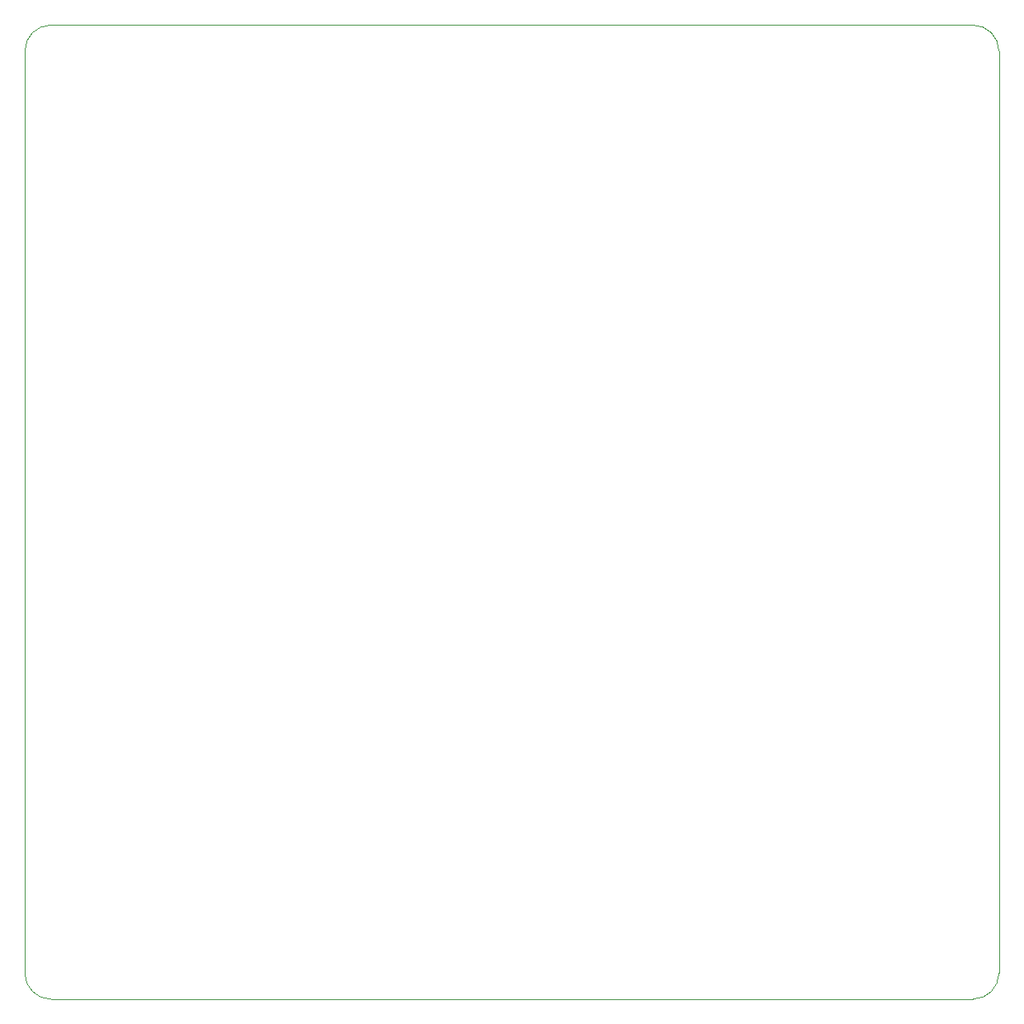
<source format=gm1>
G04 #@! TF.FileFunction,Profile,NP*
%FSLAX46Y46*%
G04 Gerber Fmt 4.6, Leading zero omitted, Abs format (unit mm)*
G04 Created by KiCad (PCBNEW 4.0.2-stable) date 12/13/2018 9:00:57 AM*
%MOMM*%
G01*
G04 APERTURE LIST*
%ADD10C,0.100000*%
G04 APERTURE END LIST*
D10*
X182118000Y-135255000D02*
X182118000Y-40640000D01*
X179197000Y-137922000D02*
X179451000Y-137922000D01*
X84836000Y-137922000D02*
X179197000Y-137922000D01*
X82169000Y-40640000D02*
X82169000Y-135255000D01*
X179451000Y-37973000D02*
X84836000Y-37973000D01*
X82169000Y-135255000D02*
G75*
G03X84836000Y-137922000I2667000J0D01*
G01*
X179451000Y-137922000D02*
G75*
G03X182118000Y-135255000I0J2667000D01*
G01*
X182118000Y-40640000D02*
G75*
G03X179451000Y-37973000I-2667000J0D01*
G01*
X84836000Y-37973000D02*
G75*
G03X82169000Y-40640000I0J-2667000D01*
G01*
M02*

</source>
